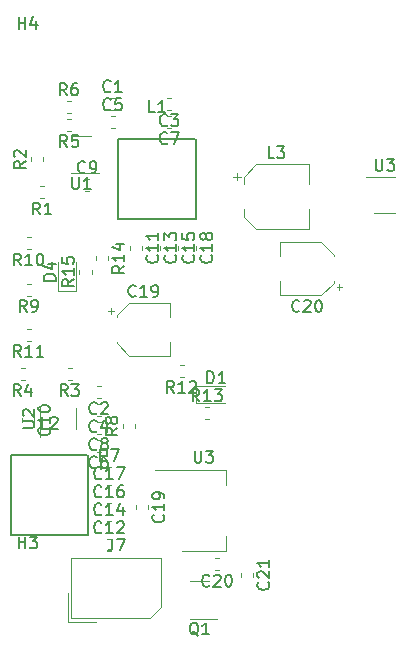
<source format=gbr>
G04 #@! TF.GenerationSoftware,KiCad,Pcbnew,(5.1.9)-1*
G04 #@! TF.CreationDate,2021-02-02T20:04:29-05:00*
G04 #@! TF.ProjectId,ZeroPilot,5a65726f-5069-46c6-9f74-2e6b69636164,rev?*
G04 #@! TF.SameCoordinates,Original*
G04 #@! TF.FileFunction,Legend,Top*
G04 #@! TF.FilePolarity,Positive*
%FSLAX46Y46*%
G04 Gerber Fmt 4.6, Leading zero omitted, Abs format (unit mm)*
G04 Created by KiCad (PCBNEW (5.1.9)-1) date 2021-02-02 20:04:29*
%MOMM*%
%LPD*%
G01*
G04 APERTURE LIST*
%ADD10C,0.120000*%
%ADD11C,0.150000*%
G04 APERTURE END LIST*
D10*
X54078000Y-131848000D02*
X54078000Y-134278000D01*
X57148000Y-133608000D02*
X57148000Y-131848000D01*
X56651000Y-111873000D02*
X59081000Y-111873000D01*
X58411000Y-108803000D02*
X56651000Y-108803000D01*
X63807000Y-137065000D02*
X69817000Y-137065000D01*
X66057000Y-143885000D02*
X69817000Y-143885000D01*
X69817000Y-137065000D02*
X69817000Y-138325000D01*
X69817000Y-143885000D02*
X69817000Y-142625000D01*
X56411000Y-149924000D02*
X58821000Y-149924000D01*
X56411000Y-147514000D02*
X56411000Y-149924000D01*
X64331000Y-144504000D02*
X56711000Y-144504000D01*
X64331000Y-148624000D02*
X64331000Y-144504000D01*
X63331000Y-149624000D02*
X64331000Y-148624000D01*
X56711000Y-149624000D02*
X63331000Y-149624000D01*
X56711000Y-144504000D02*
X56711000Y-149624000D01*
X57085000Y-121942000D02*
X57085000Y-119482000D01*
X55615000Y-121942000D02*
X57085000Y-121942000D01*
X55615000Y-119482000D02*
X55615000Y-121942000D01*
X67301000Y-131418000D02*
X69761000Y-131418000D01*
X67301000Y-129948000D02*
X67301000Y-131418000D01*
X69761000Y-129948000D02*
X67301000Y-129948000D01*
X68364000Y-146482000D02*
X66764000Y-146482000D01*
X66764000Y-149682000D02*
X69064000Y-149682000D01*
X58422000Y-120440267D02*
X58422000Y-120097733D01*
X57402000Y-120440267D02*
X57402000Y-120097733D01*
X58799000Y-118954733D02*
X58799000Y-119297267D01*
X59819000Y-118954733D02*
X59819000Y-119297267D01*
X68027733Y-132717000D02*
X68370267Y-132717000D01*
X68027733Y-131697000D02*
X68370267Y-131697000D01*
X66211267Y-128141000D02*
X65868733Y-128141000D01*
X66211267Y-129161000D02*
X65868733Y-129161000D01*
X53257267Y-125093000D02*
X52914733Y-125093000D01*
X53257267Y-126113000D02*
X52914733Y-126113000D01*
X53257267Y-117346000D02*
X52914733Y-117346000D01*
X53257267Y-118366000D02*
X52914733Y-118366000D01*
X53257267Y-121283000D02*
X52914733Y-121283000D01*
X53257267Y-122303000D02*
X52914733Y-122303000D01*
X62105000Y-133521267D02*
X62105000Y-133178733D01*
X61085000Y-133521267D02*
X61085000Y-133178733D01*
X56305733Y-106822000D02*
X56648267Y-106822000D01*
X56305733Y-105802000D02*
X56648267Y-105802000D01*
X56686267Y-107313000D02*
X56343733Y-107313000D01*
X56686267Y-108333000D02*
X56343733Y-108333000D01*
X52749267Y-128408000D02*
X52406733Y-128408000D01*
X52749267Y-129428000D02*
X52406733Y-129428000D01*
X56729267Y-128408000D02*
X56386733Y-128408000D01*
X56729267Y-129428000D02*
X56386733Y-129428000D01*
X54320000Y-110928267D02*
X54320000Y-110585733D01*
X53300000Y-110928267D02*
X53300000Y-110585733D01*
X54400267Y-113028000D02*
X54057733Y-113028000D01*
X54400267Y-114048000D02*
X54057733Y-114048000D01*
X71080000Y-145764733D02*
X71080000Y-146107267D01*
X72100000Y-145764733D02*
X72100000Y-146107267D01*
X69221267Y-144537000D02*
X68878733Y-144537000D01*
X69221267Y-145557000D02*
X68878733Y-145557000D01*
X66254000Y-118078733D02*
X66254000Y-118421267D01*
X67274000Y-118078733D02*
X67274000Y-118421267D01*
X62190000Y-140049733D02*
X62190000Y-140392267D01*
X63210000Y-140049733D02*
X63210000Y-140392267D01*
X59734733Y-139334000D02*
X60077267Y-139334000D01*
X59734733Y-138314000D02*
X60077267Y-138314000D01*
X59734733Y-140858000D02*
X60077267Y-140858000D01*
X59734733Y-139838000D02*
X60077267Y-139838000D01*
X64730000Y-118078733D02*
X64730000Y-118421267D01*
X65750000Y-118078733D02*
X65750000Y-118421267D01*
X59734733Y-142382000D02*
X60077267Y-142382000D01*
X59734733Y-141362000D02*
X60077267Y-141362000D01*
X63206000Y-118078733D02*
X63206000Y-118421267D01*
X64226000Y-118078733D02*
X64226000Y-118421267D01*
X59734733Y-143906000D02*
X60077267Y-143906000D01*
X59734733Y-142886000D02*
X60077267Y-142886000D01*
X61682000Y-118078733D02*
X61682000Y-118421267D01*
X62702000Y-118078733D02*
X62702000Y-118421267D01*
X52538000Y-132683733D02*
X52538000Y-133026267D01*
X53558000Y-132683733D02*
X53558000Y-133026267D01*
X57867733Y-113413000D02*
X58210267Y-113413000D01*
X57867733Y-112393000D02*
X58210267Y-112393000D01*
X59188267Y-132980000D02*
X58845733Y-132980000D01*
X59188267Y-134000000D02*
X58845733Y-134000000D01*
X65157267Y-107072000D02*
X64814733Y-107072000D01*
X65157267Y-108092000D02*
X64814733Y-108092000D01*
X59188267Y-134504000D02*
X58845733Y-134504000D01*
X59188267Y-135524000D02*
X58845733Y-135524000D01*
X60026733Y-108092000D02*
X60369267Y-108092000D01*
X60026733Y-107072000D02*
X60369267Y-107072000D01*
X59188267Y-131456000D02*
X58845733Y-131456000D01*
X59188267Y-132476000D02*
X58845733Y-132476000D01*
X65157267Y-105548000D02*
X64814733Y-105548000D01*
X65157267Y-106568000D02*
X64814733Y-106568000D01*
X59188267Y-129932000D02*
X58845733Y-129932000D01*
X59188267Y-130952000D02*
X58845733Y-130952000D01*
X60026733Y-106555000D02*
X60369267Y-106555000D01*
X60026733Y-105535000D02*
X60369267Y-105535000D01*
X59734733Y-137810000D02*
X60077267Y-137810000D01*
X59734733Y-136790000D02*
X60077267Y-136790000D01*
D11*
X67270000Y-115795000D02*
X67270000Y-108995000D01*
X60670000Y-115795000D02*
X67270000Y-115795000D01*
X60670000Y-108995000D02*
X60670000Y-115795000D01*
X67170000Y-108995000D02*
X60670000Y-108995000D01*
X58064000Y-135805000D02*
X51564000Y-135805000D01*
X51564000Y-135805000D02*
X51564000Y-142605000D01*
X51564000Y-142605000D02*
X58164000Y-142605000D01*
X58164000Y-142605000D02*
X58164000Y-135805000D01*
D10*
X65065000Y-127408640D02*
X65065000Y-126208640D01*
X65065000Y-122888640D02*
X65065000Y-124088640D01*
X61609437Y-122888640D02*
X65065000Y-122888640D01*
X61609437Y-127408640D02*
X65065000Y-127408640D01*
X60545000Y-126344203D02*
X60545000Y-126208640D01*
X60545000Y-123953077D02*
X60545000Y-124088640D01*
X60545000Y-123953077D02*
X61609437Y-122888640D01*
X60545000Y-126344203D02*
X61609437Y-127408640D01*
X59805000Y-123588640D02*
X60305000Y-123588640D01*
X60055000Y-123338640D02*
X60055000Y-123838640D01*
X79413240Y-121827840D02*
X79413240Y-121327840D01*
X79663240Y-121577840D02*
X79163240Y-121577840D01*
X78923240Y-118822277D02*
X77858803Y-117757840D01*
X78923240Y-121213403D02*
X77858803Y-122277840D01*
X78923240Y-121213403D02*
X78923240Y-121077840D01*
X78923240Y-118822277D02*
X78923240Y-118957840D01*
X77858803Y-117757840D02*
X74403240Y-117757840D01*
X77858803Y-122277840D02*
X74403240Y-122277840D01*
X74403240Y-122277840D02*
X74403240Y-121077840D01*
X74403240Y-117757840D02*
X74403240Y-118957840D01*
X76823600Y-116676760D02*
X76823600Y-114976760D01*
X76823600Y-111156760D02*
X76823600Y-112856760D01*
X72368037Y-111156760D02*
X76823600Y-111156760D01*
X72368037Y-116676760D02*
X76823600Y-116676760D01*
X71303600Y-115612323D02*
X71303600Y-114976760D01*
X71303600Y-112221197D02*
X71303600Y-112856760D01*
X71303600Y-112221197D02*
X72368037Y-111156760D01*
X71303600Y-115612323D02*
X72368037Y-116676760D01*
X70438600Y-112231760D02*
X71063600Y-112231760D01*
X70751100Y-111919260D02*
X70751100Y-112544260D01*
X82362880Y-115283520D02*
X84122880Y-115283520D01*
X84122880Y-112213520D02*
X81692880Y-112213520D01*
D11*
X52590380Y-133489904D02*
X53399904Y-133489904D01*
X53495142Y-133442285D01*
X53542761Y-133394666D01*
X53590380Y-133299428D01*
X53590380Y-133108952D01*
X53542761Y-133013714D01*
X53495142Y-132966095D01*
X53399904Y-132918476D01*
X52590380Y-132918476D01*
X52685619Y-132489904D02*
X52638000Y-132442285D01*
X52590380Y-132347047D01*
X52590380Y-132108952D01*
X52638000Y-132013714D01*
X52685619Y-131966095D01*
X52780857Y-131918476D01*
X52876095Y-131918476D01*
X53018952Y-131966095D01*
X53590380Y-132537523D01*
X53590380Y-131918476D01*
X56769095Y-112265380D02*
X56769095Y-113074904D01*
X56816714Y-113170142D01*
X56864333Y-113217761D01*
X56959571Y-113265380D01*
X57150047Y-113265380D01*
X57245285Y-113217761D01*
X57292904Y-113170142D01*
X57340523Y-113074904D01*
X57340523Y-112265380D01*
X58340523Y-113265380D02*
X57769095Y-113265380D01*
X58054809Y-113265380D02*
X58054809Y-112265380D01*
X57959571Y-112408238D01*
X57864333Y-112503476D01*
X57769095Y-112551095D01*
X67145095Y-135427380D02*
X67145095Y-136236904D01*
X67192714Y-136332142D01*
X67240333Y-136379761D01*
X67335571Y-136427380D01*
X67526047Y-136427380D01*
X67621285Y-136379761D01*
X67668904Y-136332142D01*
X67716523Y-136236904D01*
X67716523Y-135427380D01*
X68097476Y-135427380D02*
X68716523Y-135427380D01*
X68383190Y-135808333D01*
X68526047Y-135808333D01*
X68621285Y-135855952D01*
X68668904Y-135903571D01*
X68716523Y-135998809D01*
X68716523Y-136236904D01*
X68668904Y-136332142D01*
X68621285Y-136379761D01*
X68526047Y-136427380D01*
X68240333Y-136427380D01*
X68145095Y-136379761D01*
X68097476Y-136332142D01*
X60187666Y-142866380D02*
X60187666Y-143580666D01*
X60140047Y-143723523D01*
X60044809Y-143818761D01*
X59901952Y-143866380D01*
X59806714Y-143866380D01*
X60568619Y-142866380D02*
X61235285Y-142866380D01*
X60806714Y-143866380D01*
X55372380Y-121020095D02*
X54372380Y-121020095D01*
X54372380Y-120782000D01*
X54420000Y-120639142D01*
X54515238Y-120543904D01*
X54610476Y-120496285D01*
X54800952Y-120448666D01*
X54943809Y-120448666D01*
X55134285Y-120496285D01*
X55229523Y-120543904D01*
X55324761Y-120639142D01*
X55372380Y-120782000D01*
X55372380Y-121020095D01*
X54705714Y-119591523D02*
X55372380Y-119591523D01*
X54324761Y-119829619D02*
X55039047Y-120067714D01*
X55039047Y-119448666D01*
X68222904Y-129705380D02*
X68222904Y-128705380D01*
X68461000Y-128705380D01*
X68603857Y-128753000D01*
X68699095Y-128848238D01*
X68746714Y-128943476D01*
X68794333Y-129133952D01*
X68794333Y-129276809D01*
X68746714Y-129467285D01*
X68699095Y-129562523D01*
X68603857Y-129657761D01*
X68461000Y-129705380D01*
X68222904Y-129705380D01*
X69746714Y-129705380D02*
X69175285Y-129705380D01*
X69461000Y-129705380D02*
X69461000Y-128705380D01*
X69365761Y-128848238D01*
X69270523Y-128943476D01*
X69175285Y-128991095D01*
X67468761Y-151079619D02*
X67373523Y-151032000D01*
X67278285Y-150936761D01*
X67135428Y-150793904D01*
X67040190Y-150746285D01*
X66944952Y-150746285D01*
X66992571Y-150984380D02*
X66897333Y-150936761D01*
X66802095Y-150841523D01*
X66754476Y-150651047D01*
X66754476Y-150317714D01*
X66802095Y-150127238D01*
X66897333Y-150032000D01*
X66992571Y-149984380D01*
X67183047Y-149984380D01*
X67278285Y-150032000D01*
X67373523Y-150127238D01*
X67421142Y-150317714D01*
X67421142Y-150651047D01*
X67373523Y-150841523D01*
X67278285Y-150936761D01*
X67183047Y-150984380D01*
X66992571Y-150984380D01*
X68373523Y-150984380D02*
X67802095Y-150984380D01*
X68087809Y-150984380D02*
X68087809Y-149984380D01*
X67992571Y-150127238D01*
X67897333Y-150222476D01*
X67802095Y-150270095D01*
X56934380Y-120911857D02*
X56458190Y-121245190D01*
X56934380Y-121483285D02*
X55934380Y-121483285D01*
X55934380Y-121102333D01*
X55982000Y-121007095D01*
X56029619Y-120959476D01*
X56124857Y-120911857D01*
X56267714Y-120911857D01*
X56362952Y-120959476D01*
X56410571Y-121007095D01*
X56458190Y-121102333D01*
X56458190Y-121483285D01*
X56934380Y-119959476D02*
X56934380Y-120530904D01*
X56934380Y-120245190D02*
X55934380Y-120245190D01*
X56077238Y-120340428D01*
X56172476Y-120435666D01*
X56220095Y-120530904D01*
X55934380Y-119054714D02*
X55934380Y-119530904D01*
X56410571Y-119578523D01*
X56362952Y-119530904D01*
X56315333Y-119435666D01*
X56315333Y-119197571D01*
X56362952Y-119102333D01*
X56410571Y-119054714D01*
X56505809Y-119007095D01*
X56743904Y-119007095D01*
X56839142Y-119054714D01*
X56886761Y-119102333D01*
X56934380Y-119197571D01*
X56934380Y-119435666D01*
X56886761Y-119530904D01*
X56839142Y-119578523D01*
X61191380Y-119768857D02*
X60715190Y-120102190D01*
X61191380Y-120340285D02*
X60191380Y-120340285D01*
X60191380Y-119959333D01*
X60239000Y-119864095D01*
X60286619Y-119816476D01*
X60381857Y-119768857D01*
X60524714Y-119768857D01*
X60619952Y-119816476D01*
X60667571Y-119864095D01*
X60715190Y-119959333D01*
X60715190Y-120340285D01*
X61191380Y-118816476D02*
X61191380Y-119387904D01*
X61191380Y-119102190D02*
X60191380Y-119102190D01*
X60334238Y-119197428D01*
X60429476Y-119292666D01*
X60477095Y-119387904D01*
X60524714Y-117959333D02*
X61191380Y-117959333D01*
X60143761Y-118197428D02*
X60858047Y-118435523D01*
X60858047Y-117816476D01*
X67556142Y-131229380D02*
X67222809Y-130753190D01*
X66984714Y-131229380D02*
X66984714Y-130229380D01*
X67365666Y-130229380D01*
X67460904Y-130277000D01*
X67508523Y-130324619D01*
X67556142Y-130419857D01*
X67556142Y-130562714D01*
X67508523Y-130657952D01*
X67460904Y-130705571D01*
X67365666Y-130753190D01*
X66984714Y-130753190D01*
X68508523Y-131229380D02*
X67937095Y-131229380D01*
X68222809Y-131229380D02*
X68222809Y-130229380D01*
X68127571Y-130372238D01*
X68032333Y-130467476D01*
X67937095Y-130515095D01*
X68841857Y-130229380D02*
X69460904Y-130229380D01*
X69127571Y-130610333D01*
X69270428Y-130610333D01*
X69365666Y-130657952D01*
X69413285Y-130705571D01*
X69460904Y-130800809D01*
X69460904Y-131038904D01*
X69413285Y-131134142D01*
X69365666Y-131181761D01*
X69270428Y-131229380D01*
X68984714Y-131229380D01*
X68889476Y-131181761D01*
X68841857Y-131134142D01*
X65397142Y-130533380D02*
X65063809Y-130057190D01*
X64825714Y-130533380D02*
X64825714Y-129533380D01*
X65206666Y-129533380D01*
X65301904Y-129581000D01*
X65349523Y-129628619D01*
X65397142Y-129723857D01*
X65397142Y-129866714D01*
X65349523Y-129961952D01*
X65301904Y-130009571D01*
X65206666Y-130057190D01*
X64825714Y-130057190D01*
X66349523Y-130533380D02*
X65778095Y-130533380D01*
X66063809Y-130533380D02*
X66063809Y-129533380D01*
X65968571Y-129676238D01*
X65873333Y-129771476D01*
X65778095Y-129819095D01*
X66730476Y-129628619D02*
X66778095Y-129581000D01*
X66873333Y-129533380D01*
X67111428Y-129533380D01*
X67206666Y-129581000D01*
X67254285Y-129628619D01*
X67301904Y-129723857D01*
X67301904Y-129819095D01*
X67254285Y-129961952D01*
X66682857Y-130533380D01*
X67301904Y-130533380D01*
X52443142Y-127485380D02*
X52109809Y-127009190D01*
X51871714Y-127485380D02*
X51871714Y-126485380D01*
X52252666Y-126485380D01*
X52347904Y-126533000D01*
X52395523Y-126580619D01*
X52443142Y-126675857D01*
X52443142Y-126818714D01*
X52395523Y-126913952D01*
X52347904Y-126961571D01*
X52252666Y-127009190D01*
X51871714Y-127009190D01*
X53395523Y-127485380D02*
X52824095Y-127485380D01*
X53109809Y-127485380D02*
X53109809Y-126485380D01*
X53014571Y-126628238D01*
X52919333Y-126723476D01*
X52824095Y-126771095D01*
X54347904Y-127485380D02*
X53776476Y-127485380D01*
X54062190Y-127485380D02*
X54062190Y-126485380D01*
X53966952Y-126628238D01*
X53871714Y-126723476D01*
X53776476Y-126771095D01*
X52443142Y-119738380D02*
X52109809Y-119262190D01*
X51871714Y-119738380D02*
X51871714Y-118738380D01*
X52252666Y-118738380D01*
X52347904Y-118786000D01*
X52395523Y-118833619D01*
X52443142Y-118928857D01*
X52443142Y-119071714D01*
X52395523Y-119166952D01*
X52347904Y-119214571D01*
X52252666Y-119262190D01*
X51871714Y-119262190D01*
X53395523Y-119738380D02*
X52824095Y-119738380D01*
X53109809Y-119738380D02*
X53109809Y-118738380D01*
X53014571Y-118881238D01*
X52919333Y-118976476D01*
X52824095Y-119024095D01*
X54014571Y-118738380D02*
X54109809Y-118738380D01*
X54205047Y-118786000D01*
X54252666Y-118833619D01*
X54300285Y-118928857D01*
X54347904Y-119119333D01*
X54347904Y-119357428D01*
X54300285Y-119547904D01*
X54252666Y-119643142D01*
X54205047Y-119690761D01*
X54109809Y-119738380D01*
X54014571Y-119738380D01*
X53919333Y-119690761D01*
X53871714Y-119643142D01*
X53824095Y-119547904D01*
X53776476Y-119357428D01*
X53776476Y-119119333D01*
X53824095Y-118928857D01*
X53871714Y-118833619D01*
X53919333Y-118786000D01*
X54014571Y-118738380D01*
X52919333Y-123675380D02*
X52586000Y-123199190D01*
X52347904Y-123675380D02*
X52347904Y-122675380D01*
X52728857Y-122675380D01*
X52824095Y-122723000D01*
X52871714Y-122770619D01*
X52919333Y-122865857D01*
X52919333Y-123008714D01*
X52871714Y-123103952D01*
X52824095Y-123151571D01*
X52728857Y-123199190D01*
X52347904Y-123199190D01*
X53395523Y-123675380D02*
X53586000Y-123675380D01*
X53681238Y-123627761D01*
X53728857Y-123580142D01*
X53824095Y-123437285D01*
X53871714Y-123246809D01*
X53871714Y-122865857D01*
X53824095Y-122770619D01*
X53776476Y-122723000D01*
X53681238Y-122675380D01*
X53490761Y-122675380D01*
X53395523Y-122723000D01*
X53347904Y-122770619D01*
X53300285Y-122865857D01*
X53300285Y-123103952D01*
X53347904Y-123199190D01*
X53395523Y-123246809D01*
X53490761Y-123294428D01*
X53681238Y-123294428D01*
X53776476Y-123246809D01*
X53824095Y-123199190D01*
X53871714Y-123103952D01*
X60617380Y-133516666D02*
X60141190Y-133850000D01*
X60617380Y-134088095D02*
X59617380Y-134088095D01*
X59617380Y-133707142D01*
X59665000Y-133611904D01*
X59712619Y-133564285D01*
X59807857Y-133516666D01*
X59950714Y-133516666D01*
X60045952Y-133564285D01*
X60093571Y-133611904D01*
X60141190Y-133707142D01*
X60141190Y-134088095D01*
X60045952Y-132945238D02*
X59998333Y-133040476D01*
X59950714Y-133088095D01*
X59855476Y-133135714D01*
X59807857Y-133135714D01*
X59712619Y-133088095D01*
X59665000Y-133040476D01*
X59617380Y-132945238D01*
X59617380Y-132754761D01*
X59665000Y-132659523D01*
X59712619Y-132611904D01*
X59807857Y-132564285D01*
X59855476Y-132564285D01*
X59950714Y-132611904D01*
X59998333Y-132659523D01*
X60045952Y-132754761D01*
X60045952Y-132945238D01*
X60093571Y-133040476D01*
X60141190Y-133088095D01*
X60236428Y-133135714D01*
X60426904Y-133135714D01*
X60522142Y-133088095D01*
X60569761Y-133040476D01*
X60617380Y-132945238D01*
X60617380Y-132754761D01*
X60569761Y-132659523D01*
X60522142Y-132611904D01*
X60426904Y-132564285D01*
X60236428Y-132564285D01*
X60141190Y-132611904D01*
X60093571Y-132659523D01*
X60045952Y-132754761D01*
X56310333Y-105334380D02*
X55977000Y-104858190D01*
X55738904Y-105334380D02*
X55738904Y-104334380D01*
X56119857Y-104334380D01*
X56215095Y-104382000D01*
X56262714Y-104429619D01*
X56310333Y-104524857D01*
X56310333Y-104667714D01*
X56262714Y-104762952D01*
X56215095Y-104810571D01*
X56119857Y-104858190D01*
X55738904Y-104858190D01*
X57167476Y-104334380D02*
X56977000Y-104334380D01*
X56881761Y-104382000D01*
X56834142Y-104429619D01*
X56738904Y-104572476D01*
X56691285Y-104762952D01*
X56691285Y-105143904D01*
X56738904Y-105239142D01*
X56786523Y-105286761D01*
X56881761Y-105334380D01*
X57072238Y-105334380D01*
X57167476Y-105286761D01*
X57215095Y-105239142D01*
X57262714Y-105143904D01*
X57262714Y-104905809D01*
X57215095Y-104810571D01*
X57167476Y-104762952D01*
X57072238Y-104715333D01*
X56881761Y-104715333D01*
X56786523Y-104762952D01*
X56738904Y-104810571D01*
X56691285Y-104905809D01*
X56348333Y-109705380D02*
X56015000Y-109229190D01*
X55776904Y-109705380D02*
X55776904Y-108705380D01*
X56157857Y-108705380D01*
X56253095Y-108753000D01*
X56300714Y-108800619D01*
X56348333Y-108895857D01*
X56348333Y-109038714D01*
X56300714Y-109133952D01*
X56253095Y-109181571D01*
X56157857Y-109229190D01*
X55776904Y-109229190D01*
X57253095Y-108705380D02*
X56776904Y-108705380D01*
X56729285Y-109181571D01*
X56776904Y-109133952D01*
X56872142Y-109086333D01*
X57110238Y-109086333D01*
X57205476Y-109133952D01*
X57253095Y-109181571D01*
X57300714Y-109276809D01*
X57300714Y-109514904D01*
X57253095Y-109610142D01*
X57205476Y-109657761D01*
X57110238Y-109705380D01*
X56872142Y-109705380D01*
X56776904Y-109657761D01*
X56729285Y-109610142D01*
X52411333Y-130800380D02*
X52078000Y-130324190D01*
X51839904Y-130800380D02*
X51839904Y-129800380D01*
X52220857Y-129800380D01*
X52316095Y-129848000D01*
X52363714Y-129895619D01*
X52411333Y-129990857D01*
X52411333Y-130133714D01*
X52363714Y-130228952D01*
X52316095Y-130276571D01*
X52220857Y-130324190D01*
X51839904Y-130324190D01*
X53268476Y-130133714D02*
X53268476Y-130800380D01*
X53030380Y-129752761D02*
X52792285Y-130467047D01*
X53411333Y-130467047D01*
X56391333Y-130800380D02*
X56058000Y-130324190D01*
X55819904Y-130800380D02*
X55819904Y-129800380D01*
X56200857Y-129800380D01*
X56296095Y-129848000D01*
X56343714Y-129895619D01*
X56391333Y-129990857D01*
X56391333Y-130133714D01*
X56343714Y-130228952D01*
X56296095Y-130276571D01*
X56200857Y-130324190D01*
X55819904Y-130324190D01*
X56724666Y-129800380D02*
X57343714Y-129800380D01*
X57010380Y-130181333D01*
X57153238Y-130181333D01*
X57248476Y-130228952D01*
X57296095Y-130276571D01*
X57343714Y-130371809D01*
X57343714Y-130609904D01*
X57296095Y-130705142D01*
X57248476Y-130752761D01*
X57153238Y-130800380D01*
X56867523Y-130800380D01*
X56772285Y-130752761D01*
X56724666Y-130705142D01*
X52832380Y-110923666D02*
X52356190Y-111257000D01*
X52832380Y-111495095D02*
X51832380Y-111495095D01*
X51832380Y-111114142D01*
X51880000Y-111018904D01*
X51927619Y-110971285D01*
X52022857Y-110923666D01*
X52165714Y-110923666D01*
X52260952Y-110971285D01*
X52308571Y-111018904D01*
X52356190Y-111114142D01*
X52356190Y-111495095D01*
X51927619Y-110542714D02*
X51880000Y-110495095D01*
X51832380Y-110399857D01*
X51832380Y-110161761D01*
X51880000Y-110066523D01*
X51927619Y-110018904D01*
X52022857Y-109971285D01*
X52118095Y-109971285D01*
X52260952Y-110018904D01*
X52832380Y-110590333D01*
X52832380Y-109971285D01*
X54062333Y-115420380D02*
X53729000Y-114944190D01*
X53490904Y-115420380D02*
X53490904Y-114420380D01*
X53871857Y-114420380D01*
X53967095Y-114468000D01*
X54014714Y-114515619D01*
X54062333Y-114610857D01*
X54062333Y-114753714D01*
X54014714Y-114848952D01*
X53967095Y-114896571D01*
X53871857Y-114944190D01*
X53490904Y-114944190D01*
X55014714Y-115420380D02*
X54443285Y-115420380D01*
X54729000Y-115420380D02*
X54729000Y-114420380D01*
X54633761Y-114563238D01*
X54538523Y-114658476D01*
X54443285Y-114706095D01*
X73377142Y-146578857D02*
X73424761Y-146626476D01*
X73472380Y-146769333D01*
X73472380Y-146864571D01*
X73424761Y-147007428D01*
X73329523Y-147102666D01*
X73234285Y-147150285D01*
X73043809Y-147197904D01*
X72900952Y-147197904D01*
X72710476Y-147150285D01*
X72615238Y-147102666D01*
X72520000Y-147007428D01*
X72472380Y-146864571D01*
X72472380Y-146769333D01*
X72520000Y-146626476D01*
X72567619Y-146578857D01*
X72567619Y-146197904D02*
X72520000Y-146150285D01*
X72472380Y-146055047D01*
X72472380Y-145816952D01*
X72520000Y-145721714D01*
X72567619Y-145674095D01*
X72662857Y-145626476D01*
X72758095Y-145626476D01*
X72900952Y-145674095D01*
X73472380Y-146245523D01*
X73472380Y-145626476D01*
X73472380Y-144674095D02*
X73472380Y-145245523D01*
X73472380Y-144959809D02*
X72472380Y-144959809D01*
X72615238Y-145055047D01*
X72710476Y-145150285D01*
X72758095Y-145245523D01*
X68407142Y-146834142D02*
X68359523Y-146881761D01*
X68216666Y-146929380D01*
X68121428Y-146929380D01*
X67978571Y-146881761D01*
X67883333Y-146786523D01*
X67835714Y-146691285D01*
X67788095Y-146500809D01*
X67788095Y-146357952D01*
X67835714Y-146167476D01*
X67883333Y-146072238D01*
X67978571Y-145977000D01*
X68121428Y-145929380D01*
X68216666Y-145929380D01*
X68359523Y-145977000D01*
X68407142Y-146024619D01*
X68788095Y-146024619D02*
X68835714Y-145977000D01*
X68930952Y-145929380D01*
X69169047Y-145929380D01*
X69264285Y-145977000D01*
X69311904Y-146024619D01*
X69359523Y-146119857D01*
X69359523Y-146215095D01*
X69311904Y-146357952D01*
X68740476Y-146929380D01*
X69359523Y-146929380D01*
X69978571Y-145929380D02*
X70073809Y-145929380D01*
X70169047Y-145977000D01*
X70216666Y-146024619D01*
X70264285Y-146119857D01*
X70311904Y-146310333D01*
X70311904Y-146548428D01*
X70264285Y-146738904D01*
X70216666Y-146834142D01*
X70169047Y-146881761D01*
X70073809Y-146929380D01*
X69978571Y-146929380D01*
X69883333Y-146881761D01*
X69835714Y-146834142D01*
X69788095Y-146738904D01*
X69740476Y-146548428D01*
X69740476Y-146310333D01*
X69788095Y-146119857D01*
X69835714Y-146024619D01*
X69883333Y-145977000D01*
X69978571Y-145929380D01*
X68551142Y-118892857D02*
X68598761Y-118940476D01*
X68646380Y-119083333D01*
X68646380Y-119178571D01*
X68598761Y-119321428D01*
X68503523Y-119416666D01*
X68408285Y-119464285D01*
X68217809Y-119511904D01*
X68074952Y-119511904D01*
X67884476Y-119464285D01*
X67789238Y-119416666D01*
X67694000Y-119321428D01*
X67646380Y-119178571D01*
X67646380Y-119083333D01*
X67694000Y-118940476D01*
X67741619Y-118892857D01*
X68646380Y-117940476D02*
X68646380Y-118511904D01*
X68646380Y-118226190D02*
X67646380Y-118226190D01*
X67789238Y-118321428D01*
X67884476Y-118416666D01*
X67932095Y-118511904D01*
X68074952Y-117369047D02*
X68027333Y-117464285D01*
X67979714Y-117511904D01*
X67884476Y-117559523D01*
X67836857Y-117559523D01*
X67741619Y-117511904D01*
X67694000Y-117464285D01*
X67646380Y-117369047D01*
X67646380Y-117178571D01*
X67694000Y-117083333D01*
X67741619Y-117035714D01*
X67836857Y-116988095D01*
X67884476Y-116988095D01*
X67979714Y-117035714D01*
X68027333Y-117083333D01*
X68074952Y-117178571D01*
X68074952Y-117369047D01*
X68122571Y-117464285D01*
X68170190Y-117511904D01*
X68265428Y-117559523D01*
X68455904Y-117559523D01*
X68551142Y-117511904D01*
X68598761Y-117464285D01*
X68646380Y-117369047D01*
X68646380Y-117178571D01*
X68598761Y-117083333D01*
X68551142Y-117035714D01*
X68455904Y-116988095D01*
X68265428Y-116988095D01*
X68170190Y-117035714D01*
X68122571Y-117083333D01*
X68074952Y-117178571D01*
X64487142Y-140863857D02*
X64534761Y-140911476D01*
X64582380Y-141054333D01*
X64582380Y-141149571D01*
X64534761Y-141292428D01*
X64439523Y-141387666D01*
X64344285Y-141435285D01*
X64153809Y-141482904D01*
X64010952Y-141482904D01*
X63820476Y-141435285D01*
X63725238Y-141387666D01*
X63630000Y-141292428D01*
X63582380Y-141149571D01*
X63582380Y-141054333D01*
X63630000Y-140911476D01*
X63677619Y-140863857D01*
X64582380Y-139911476D02*
X64582380Y-140482904D01*
X64582380Y-140197190D02*
X63582380Y-140197190D01*
X63725238Y-140292428D01*
X63820476Y-140387666D01*
X63868095Y-140482904D01*
X64582380Y-139435285D02*
X64582380Y-139244809D01*
X64534761Y-139149571D01*
X64487142Y-139101952D01*
X64344285Y-139006714D01*
X64153809Y-138959095D01*
X63772857Y-138959095D01*
X63677619Y-139006714D01*
X63630000Y-139054333D01*
X63582380Y-139149571D01*
X63582380Y-139340047D01*
X63630000Y-139435285D01*
X63677619Y-139482904D01*
X63772857Y-139530523D01*
X64010952Y-139530523D01*
X64106190Y-139482904D01*
X64153809Y-139435285D01*
X64201428Y-139340047D01*
X64201428Y-139149571D01*
X64153809Y-139054333D01*
X64106190Y-139006714D01*
X64010952Y-138959095D01*
X59263142Y-137751142D02*
X59215523Y-137798761D01*
X59072666Y-137846380D01*
X58977428Y-137846380D01*
X58834571Y-137798761D01*
X58739333Y-137703523D01*
X58691714Y-137608285D01*
X58644095Y-137417809D01*
X58644095Y-137274952D01*
X58691714Y-137084476D01*
X58739333Y-136989238D01*
X58834571Y-136894000D01*
X58977428Y-136846380D01*
X59072666Y-136846380D01*
X59215523Y-136894000D01*
X59263142Y-136941619D01*
X60215523Y-137846380D02*
X59644095Y-137846380D01*
X59929809Y-137846380D02*
X59929809Y-136846380D01*
X59834571Y-136989238D01*
X59739333Y-137084476D01*
X59644095Y-137132095D01*
X60548857Y-136846380D02*
X61215523Y-136846380D01*
X60786952Y-137846380D01*
X59263142Y-139275142D02*
X59215523Y-139322761D01*
X59072666Y-139370380D01*
X58977428Y-139370380D01*
X58834571Y-139322761D01*
X58739333Y-139227523D01*
X58691714Y-139132285D01*
X58644095Y-138941809D01*
X58644095Y-138798952D01*
X58691714Y-138608476D01*
X58739333Y-138513238D01*
X58834571Y-138418000D01*
X58977428Y-138370380D01*
X59072666Y-138370380D01*
X59215523Y-138418000D01*
X59263142Y-138465619D01*
X60215523Y-139370380D02*
X59644095Y-139370380D01*
X59929809Y-139370380D02*
X59929809Y-138370380D01*
X59834571Y-138513238D01*
X59739333Y-138608476D01*
X59644095Y-138656095D01*
X61072666Y-138370380D02*
X60882190Y-138370380D01*
X60786952Y-138418000D01*
X60739333Y-138465619D01*
X60644095Y-138608476D01*
X60596476Y-138798952D01*
X60596476Y-139179904D01*
X60644095Y-139275142D01*
X60691714Y-139322761D01*
X60786952Y-139370380D01*
X60977428Y-139370380D01*
X61072666Y-139322761D01*
X61120285Y-139275142D01*
X61167904Y-139179904D01*
X61167904Y-138941809D01*
X61120285Y-138846571D01*
X61072666Y-138798952D01*
X60977428Y-138751333D01*
X60786952Y-138751333D01*
X60691714Y-138798952D01*
X60644095Y-138846571D01*
X60596476Y-138941809D01*
X67027142Y-118892857D02*
X67074761Y-118940476D01*
X67122380Y-119083333D01*
X67122380Y-119178571D01*
X67074761Y-119321428D01*
X66979523Y-119416666D01*
X66884285Y-119464285D01*
X66693809Y-119511904D01*
X66550952Y-119511904D01*
X66360476Y-119464285D01*
X66265238Y-119416666D01*
X66170000Y-119321428D01*
X66122380Y-119178571D01*
X66122380Y-119083333D01*
X66170000Y-118940476D01*
X66217619Y-118892857D01*
X67122380Y-117940476D02*
X67122380Y-118511904D01*
X67122380Y-118226190D02*
X66122380Y-118226190D01*
X66265238Y-118321428D01*
X66360476Y-118416666D01*
X66408095Y-118511904D01*
X66122380Y-117035714D02*
X66122380Y-117511904D01*
X66598571Y-117559523D01*
X66550952Y-117511904D01*
X66503333Y-117416666D01*
X66503333Y-117178571D01*
X66550952Y-117083333D01*
X66598571Y-117035714D01*
X66693809Y-116988095D01*
X66931904Y-116988095D01*
X67027142Y-117035714D01*
X67074761Y-117083333D01*
X67122380Y-117178571D01*
X67122380Y-117416666D01*
X67074761Y-117511904D01*
X67027142Y-117559523D01*
X59263142Y-140799142D02*
X59215523Y-140846761D01*
X59072666Y-140894380D01*
X58977428Y-140894380D01*
X58834571Y-140846761D01*
X58739333Y-140751523D01*
X58691714Y-140656285D01*
X58644095Y-140465809D01*
X58644095Y-140322952D01*
X58691714Y-140132476D01*
X58739333Y-140037238D01*
X58834571Y-139942000D01*
X58977428Y-139894380D01*
X59072666Y-139894380D01*
X59215523Y-139942000D01*
X59263142Y-139989619D01*
X60215523Y-140894380D02*
X59644095Y-140894380D01*
X59929809Y-140894380D02*
X59929809Y-139894380D01*
X59834571Y-140037238D01*
X59739333Y-140132476D01*
X59644095Y-140180095D01*
X61072666Y-140227714D02*
X61072666Y-140894380D01*
X60834571Y-139846761D02*
X60596476Y-140561047D01*
X61215523Y-140561047D01*
X65503142Y-118892857D02*
X65550761Y-118940476D01*
X65598380Y-119083333D01*
X65598380Y-119178571D01*
X65550761Y-119321428D01*
X65455523Y-119416666D01*
X65360285Y-119464285D01*
X65169809Y-119511904D01*
X65026952Y-119511904D01*
X64836476Y-119464285D01*
X64741238Y-119416666D01*
X64646000Y-119321428D01*
X64598380Y-119178571D01*
X64598380Y-119083333D01*
X64646000Y-118940476D01*
X64693619Y-118892857D01*
X65598380Y-117940476D02*
X65598380Y-118511904D01*
X65598380Y-118226190D02*
X64598380Y-118226190D01*
X64741238Y-118321428D01*
X64836476Y-118416666D01*
X64884095Y-118511904D01*
X64598380Y-117607142D02*
X64598380Y-116988095D01*
X64979333Y-117321428D01*
X64979333Y-117178571D01*
X65026952Y-117083333D01*
X65074571Y-117035714D01*
X65169809Y-116988095D01*
X65407904Y-116988095D01*
X65503142Y-117035714D01*
X65550761Y-117083333D01*
X65598380Y-117178571D01*
X65598380Y-117464285D01*
X65550761Y-117559523D01*
X65503142Y-117607142D01*
X59263142Y-142323142D02*
X59215523Y-142370761D01*
X59072666Y-142418380D01*
X58977428Y-142418380D01*
X58834571Y-142370761D01*
X58739333Y-142275523D01*
X58691714Y-142180285D01*
X58644095Y-141989809D01*
X58644095Y-141846952D01*
X58691714Y-141656476D01*
X58739333Y-141561238D01*
X58834571Y-141466000D01*
X58977428Y-141418380D01*
X59072666Y-141418380D01*
X59215523Y-141466000D01*
X59263142Y-141513619D01*
X60215523Y-142418380D02*
X59644095Y-142418380D01*
X59929809Y-142418380D02*
X59929809Y-141418380D01*
X59834571Y-141561238D01*
X59739333Y-141656476D01*
X59644095Y-141704095D01*
X60596476Y-141513619D02*
X60644095Y-141466000D01*
X60739333Y-141418380D01*
X60977428Y-141418380D01*
X61072666Y-141466000D01*
X61120285Y-141513619D01*
X61167904Y-141608857D01*
X61167904Y-141704095D01*
X61120285Y-141846952D01*
X60548857Y-142418380D01*
X61167904Y-142418380D01*
X63979142Y-118892857D02*
X64026761Y-118940476D01*
X64074380Y-119083333D01*
X64074380Y-119178571D01*
X64026761Y-119321428D01*
X63931523Y-119416666D01*
X63836285Y-119464285D01*
X63645809Y-119511904D01*
X63502952Y-119511904D01*
X63312476Y-119464285D01*
X63217238Y-119416666D01*
X63122000Y-119321428D01*
X63074380Y-119178571D01*
X63074380Y-119083333D01*
X63122000Y-118940476D01*
X63169619Y-118892857D01*
X64074380Y-117940476D02*
X64074380Y-118511904D01*
X64074380Y-118226190D02*
X63074380Y-118226190D01*
X63217238Y-118321428D01*
X63312476Y-118416666D01*
X63360095Y-118511904D01*
X64074380Y-116988095D02*
X64074380Y-117559523D01*
X64074380Y-117273809D02*
X63074380Y-117273809D01*
X63217238Y-117369047D01*
X63312476Y-117464285D01*
X63360095Y-117559523D01*
X54835142Y-133497857D02*
X54882761Y-133545476D01*
X54930380Y-133688333D01*
X54930380Y-133783571D01*
X54882761Y-133926428D01*
X54787523Y-134021666D01*
X54692285Y-134069285D01*
X54501809Y-134116904D01*
X54358952Y-134116904D01*
X54168476Y-134069285D01*
X54073238Y-134021666D01*
X53978000Y-133926428D01*
X53930380Y-133783571D01*
X53930380Y-133688333D01*
X53978000Y-133545476D01*
X54025619Y-133497857D01*
X54930380Y-132545476D02*
X54930380Y-133116904D01*
X54930380Y-132831190D02*
X53930380Y-132831190D01*
X54073238Y-132926428D01*
X54168476Y-133021666D01*
X54216095Y-133116904D01*
X53930380Y-131926428D02*
X53930380Y-131831190D01*
X53978000Y-131735952D01*
X54025619Y-131688333D01*
X54120857Y-131640714D01*
X54311333Y-131593095D01*
X54549428Y-131593095D01*
X54739904Y-131640714D01*
X54835142Y-131688333D01*
X54882761Y-131735952D01*
X54930380Y-131831190D01*
X54930380Y-131926428D01*
X54882761Y-132021666D01*
X54835142Y-132069285D01*
X54739904Y-132116904D01*
X54549428Y-132164523D01*
X54311333Y-132164523D01*
X54120857Y-132116904D01*
X54025619Y-132069285D01*
X53978000Y-132021666D01*
X53930380Y-131926428D01*
X57872333Y-111830142D02*
X57824714Y-111877761D01*
X57681857Y-111925380D01*
X57586619Y-111925380D01*
X57443761Y-111877761D01*
X57348523Y-111782523D01*
X57300904Y-111687285D01*
X57253285Y-111496809D01*
X57253285Y-111353952D01*
X57300904Y-111163476D01*
X57348523Y-111068238D01*
X57443761Y-110973000D01*
X57586619Y-110925380D01*
X57681857Y-110925380D01*
X57824714Y-110973000D01*
X57872333Y-111020619D01*
X58348523Y-111925380D02*
X58539000Y-111925380D01*
X58634238Y-111877761D01*
X58681857Y-111830142D01*
X58777095Y-111687285D01*
X58824714Y-111496809D01*
X58824714Y-111115857D01*
X58777095Y-111020619D01*
X58729476Y-110973000D01*
X58634238Y-110925380D01*
X58443761Y-110925380D01*
X58348523Y-110973000D01*
X58300904Y-111020619D01*
X58253285Y-111115857D01*
X58253285Y-111353952D01*
X58300904Y-111449190D01*
X58348523Y-111496809D01*
X58443761Y-111544428D01*
X58634238Y-111544428D01*
X58729476Y-111496809D01*
X58777095Y-111449190D01*
X58824714Y-111353952D01*
X58850333Y-135277142D02*
X58802714Y-135324761D01*
X58659857Y-135372380D01*
X58564619Y-135372380D01*
X58421761Y-135324761D01*
X58326523Y-135229523D01*
X58278904Y-135134285D01*
X58231285Y-134943809D01*
X58231285Y-134800952D01*
X58278904Y-134610476D01*
X58326523Y-134515238D01*
X58421761Y-134420000D01*
X58564619Y-134372380D01*
X58659857Y-134372380D01*
X58802714Y-134420000D01*
X58850333Y-134467619D01*
X59421761Y-134800952D02*
X59326523Y-134753333D01*
X59278904Y-134705714D01*
X59231285Y-134610476D01*
X59231285Y-134562857D01*
X59278904Y-134467619D01*
X59326523Y-134420000D01*
X59421761Y-134372380D01*
X59612238Y-134372380D01*
X59707476Y-134420000D01*
X59755095Y-134467619D01*
X59802714Y-134562857D01*
X59802714Y-134610476D01*
X59755095Y-134705714D01*
X59707476Y-134753333D01*
X59612238Y-134800952D01*
X59421761Y-134800952D01*
X59326523Y-134848571D01*
X59278904Y-134896190D01*
X59231285Y-134991428D01*
X59231285Y-135181904D01*
X59278904Y-135277142D01*
X59326523Y-135324761D01*
X59421761Y-135372380D01*
X59612238Y-135372380D01*
X59707476Y-135324761D01*
X59755095Y-135277142D01*
X59802714Y-135181904D01*
X59802714Y-134991428D01*
X59755095Y-134896190D01*
X59707476Y-134848571D01*
X59612238Y-134800952D01*
X64819333Y-109369142D02*
X64771714Y-109416761D01*
X64628857Y-109464380D01*
X64533619Y-109464380D01*
X64390761Y-109416761D01*
X64295523Y-109321523D01*
X64247904Y-109226285D01*
X64200285Y-109035809D01*
X64200285Y-108892952D01*
X64247904Y-108702476D01*
X64295523Y-108607238D01*
X64390761Y-108512000D01*
X64533619Y-108464380D01*
X64628857Y-108464380D01*
X64771714Y-108512000D01*
X64819333Y-108559619D01*
X65152666Y-108464380D02*
X65819333Y-108464380D01*
X65390761Y-109464380D01*
X58850333Y-136801142D02*
X58802714Y-136848761D01*
X58659857Y-136896380D01*
X58564619Y-136896380D01*
X58421761Y-136848761D01*
X58326523Y-136753523D01*
X58278904Y-136658285D01*
X58231285Y-136467809D01*
X58231285Y-136324952D01*
X58278904Y-136134476D01*
X58326523Y-136039238D01*
X58421761Y-135944000D01*
X58564619Y-135896380D01*
X58659857Y-135896380D01*
X58802714Y-135944000D01*
X58850333Y-135991619D01*
X59707476Y-135896380D02*
X59517000Y-135896380D01*
X59421761Y-135944000D01*
X59374142Y-135991619D01*
X59278904Y-136134476D01*
X59231285Y-136324952D01*
X59231285Y-136705904D01*
X59278904Y-136801142D01*
X59326523Y-136848761D01*
X59421761Y-136896380D01*
X59612238Y-136896380D01*
X59707476Y-136848761D01*
X59755095Y-136801142D01*
X59802714Y-136705904D01*
X59802714Y-136467809D01*
X59755095Y-136372571D01*
X59707476Y-136324952D01*
X59612238Y-136277333D01*
X59421761Y-136277333D01*
X59326523Y-136324952D01*
X59278904Y-136372571D01*
X59231285Y-136467809D01*
X60031333Y-106509142D02*
X59983714Y-106556761D01*
X59840857Y-106604380D01*
X59745619Y-106604380D01*
X59602761Y-106556761D01*
X59507523Y-106461523D01*
X59459904Y-106366285D01*
X59412285Y-106175809D01*
X59412285Y-106032952D01*
X59459904Y-105842476D01*
X59507523Y-105747238D01*
X59602761Y-105652000D01*
X59745619Y-105604380D01*
X59840857Y-105604380D01*
X59983714Y-105652000D01*
X60031333Y-105699619D01*
X60936095Y-105604380D02*
X60459904Y-105604380D01*
X60412285Y-106080571D01*
X60459904Y-106032952D01*
X60555142Y-105985333D01*
X60793238Y-105985333D01*
X60888476Y-106032952D01*
X60936095Y-106080571D01*
X60983714Y-106175809D01*
X60983714Y-106413904D01*
X60936095Y-106509142D01*
X60888476Y-106556761D01*
X60793238Y-106604380D01*
X60555142Y-106604380D01*
X60459904Y-106556761D01*
X60412285Y-106509142D01*
X58850333Y-133753142D02*
X58802714Y-133800761D01*
X58659857Y-133848380D01*
X58564619Y-133848380D01*
X58421761Y-133800761D01*
X58326523Y-133705523D01*
X58278904Y-133610285D01*
X58231285Y-133419809D01*
X58231285Y-133276952D01*
X58278904Y-133086476D01*
X58326523Y-132991238D01*
X58421761Y-132896000D01*
X58564619Y-132848380D01*
X58659857Y-132848380D01*
X58802714Y-132896000D01*
X58850333Y-132943619D01*
X59707476Y-133181714D02*
X59707476Y-133848380D01*
X59469380Y-132800761D02*
X59231285Y-133515047D01*
X59850333Y-133515047D01*
X64819333Y-107845142D02*
X64771714Y-107892761D01*
X64628857Y-107940380D01*
X64533619Y-107940380D01*
X64390761Y-107892761D01*
X64295523Y-107797523D01*
X64247904Y-107702285D01*
X64200285Y-107511809D01*
X64200285Y-107368952D01*
X64247904Y-107178476D01*
X64295523Y-107083238D01*
X64390761Y-106988000D01*
X64533619Y-106940380D01*
X64628857Y-106940380D01*
X64771714Y-106988000D01*
X64819333Y-107035619D01*
X65152666Y-106940380D02*
X65771714Y-106940380D01*
X65438380Y-107321333D01*
X65581238Y-107321333D01*
X65676476Y-107368952D01*
X65724095Y-107416571D01*
X65771714Y-107511809D01*
X65771714Y-107749904D01*
X65724095Y-107845142D01*
X65676476Y-107892761D01*
X65581238Y-107940380D01*
X65295523Y-107940380D01*
X65200285Y-107892761D01*
X65152666Y-107845142D01*
X58850333Y-132229142D02*
X58802714Y-132276761D01*
X58659857Y-132324380D01*
X58564619Y-132324380D01*
X58421761Y-132276761D01*
X58326523Y-132181523D01*
X58278904Y-132086285D01*
X58231285Y-131895809D01*
X58231285Y-131752952D01*
X58278904Y-131562476D01*
X58326523Y-131467238D01*
X58421761Y-131372000D01*
X58564619Y-131324380D01*
X58659857Y-131324380D01*
X58802714Y-131372000D01*
X58850333Y-131419619D01*
X59231285Y-131419619D02*
X59278904Y-131372000D01*
X59374142Y-131324380D01*
X59612238Y-131324380D01*
X59707476Y-131372000D01*
X59755095Y-131419619D01*
X59802714Y-131514857D01*
X59802714Y-131610095D01*
X59755095Y-131752952D01*
X59183666Y-132324380D01*
X59802714Y-132324380D01*
X60031333Y-104972142D02*
X59983714Y-105019761D01*
X59840857Y-105067380D01*
X59745619Y-105067380D01*
X59602761Y-105019761D01*
X59507523Y-104924523D01*
X59459904Y-104829285D01*
X59412285Y-104638809D01*
X59412285Y-104495952D01*
X59459904Y-104305476D01*
X59507523Y-104210238D01*
X59602761Y-104115000D01*
X59745619Y-104067380D01*
X59840857Y-104067380D01*
X59983714Y-104115000D01*
X60031333Y-104162619D01*
X60983714Y-105067380D02*
X60412285Y-105067380D01*
X60698000Y-105067380D02*
X60698000Y-104067380D01*
X60602761Y-104210238D01*
X60507523Y-104305476D01*
X60412285Y-104353095D01*
X59739333Y-136322380D02*
X59406000Y-135846190D01*
X59167904Y-136322380D02*
X59167904Y-135322380D01*
X59548857Y-135322380D01*
X59644095Y-135370000D01*
X59691714Y-135417619D01*
X59739333Y-135512857D01*
X59739333Y-135655714D01*
X59691714Y-135750952D01*
X59644095Y-135798571D01*
X59548857Y-135846190D01*
X59167904Y-135846190D01*
X60072666Y-135322380D02*
X60739333Y-135322380D01*
X60310761Y-136322380D01*
X63803333Y-106772380D02*
X63327142Y-106772380D01*
X63327142Y-105772380D01*
X64660476Y-106772380D02*
X64089047Y-106772380D01*
X64374761Y-106772380D02*
X64374761Y-105772380D01*
X64279523Y-105915238D01*
X64184285Y-106010476D01*
X64089047Y-106058095D01*
X54697333Y-133582380D02*
X54221142Y-133582380D01*
X54221142Y-132582380D01*
X54983047Y-132677619D02*
X55030666Y-132630000D01*
X55125904Y-132582380D01*
X55364000Y-132582380D01*
X55459238Y-132630000D01*
X55506857Y-132677619D01*
X55554476Y-132772857D01*
X55554476Y-132868095D01*
X55506857Y-133010952D01*
X54935428Y-133582380D01*
X55554476Y-133582380D01*
X52238095Y-143702380D02*
X52238095Y-142702380D01*
X52238095Y-143178571D02*
X52809523Y-143178571D01*
X52809523Y-143702380D02*
X52809523Y-142702380D01*
X53190476Y-142702380D02*
X53809523Y-142702380D01*
X53476190Y-143083333D01*
X53619047Y-143083333D01*
X53714285Y-143130952D01*
X53761904Y-143178571D01*
X53809523Y-143273809D01*
X53809523Y-143511904D01*
X53761904Y-143607142D01*
X53714285Y-143654761D01*
X53619047Y-143702380D01*
X53333333Y-143702380D01*
X53238095Y-143654761D01*
X53190476Y-143607142D01*
X52238095Y-99702380D02*
X52238095Y-98702380D01*
X52238095Y-99178571D02*
X52809523Y-99178571D01*
X52809523Y-99702380D02*
X52809523Y-98702380D01*
X53714285Y-99035714D02*
X53714285Y-99702380D01*
X53476190Y-98654761D02*
X53238095Y-99369047D01*
X53857142Y-99369047D01*
X62162142Y-122305782D02*
X62114523Y-122353401D01*
X61971666Y-122401020D01*
X61876428Y-122401020D01*
X61733571Y-122353401D01*
X61638333Y-122258163D01*
X61590714Y-122162925D01*
X61543095Y-121972449D01*
X61543095Y-121829592D01*
X61590714Y-121639116D01*
X61638333Y-121543878D01*
X61733571Y-121448640D01*
X61876428Y-121401020D01*
X61971666Y-121401020D01*
X62114523Y-121448640D01*
X62162142Y-121496259D01*
X63114523Y-122401020D02*
X62543095Y-122401020D01*
X62828809Y-122401020D02*
X62828809Y-121401020D01*
X62733571Y-121543878D01*
X62638333Y-121639116D01*
X62543095Y-121686735D01*
X63590714Y-122401020D02*
X63781190Y-122401020D01*
X63876428Y-122353401D01*
X63924047Y-122305782D01*
X64019285Y-122162925D01*
X64066904Y-121972449D01*
X64066904Y-121591497D01*
X64019285Y-121496259D01*
X63971666Y-121448640D01*
X63876428Y-121401020D01*
X63685952Y-121401020D01*
X63590714Y-121448640D01*
X63543095Y-121496259D01*
X63495476Y-121591497D01*
X63495476Y-121829592D01*
X63543095Y-121924830D01*
X63590714Y-121972449D01*
X63685952Y-122020068D01*
X63876428Y-122020068D01*
X63971666Y-121972449D01*
X64019285Y-121924830D01*
X64066904Y-121829592D01*
X76020382Y-123574982D02*
X75972763Y-123622601D01*
X75829906Y-123670220D01*
X75734668Y-123670220D01*
X75591811Y-123622601D01*
X75496573Y-123527363D01*
X75448954Y-123432125D01*
X75401335Y-123241649D01*
X75401335Y-123098792D01*
X75448954Y-122908316D01*
X75496573Y-122813078D01*
X75591811Y-122717840D01*
X75734668Y-122670220D01*
X75829906Y-122670220D01*
X75972763Y-122717840D01*
X76020382Y-122765459D01*
X76401335Y-122765459D02*
X76448954Y-122717840D01*
X76544192Y-122670220D01*
X76782287Y-122670220D01*
X76877525Y-122717840D01*
X76925144Y-122765459D01*
X76972763Y-122860697D01*
X76972763Y-122955935D01*
X76925144Y-123098792D01*
X76353716Y-123670220D01*
X76972763Y-123670220D01*
X77591811Y-122670220D02*
X77687049Y-122670220D01*
X77782287Y-122717840D01*
X77829906Y-122765459D01*
X77877525Y-122860697D01*
X77925144Y-123051173D01*
X77925144Y-123289268D01*
X77877525Y-123479744D01*
X77829906Y-123574982D01*
X77782287Y-123622601D01*
X77687049Y-123670220D01*
X77591811Y-123670220D01*
X77496573Y-123622601D01*
X77448954Y-123574982D01*
X77401335Y-123479744D01*
X77353716Y-123289268D01*
X77353716Y-123051173D01*
X77401335Y-122860697D01*
X77448954Y-122765459D01*
X77496573Y-122717840D01*
X77591811Y-122670220D01*
X73896933Y-110669140D02*
X73420742Y-110669140D01*
X73420742Y-109669140D01*
X74135028Y-109669140D02*
X74754076Y-109669140D01*
X74420742Y-110050093D01*
X74563600Y-110050093D01*
X74658838Y-110097712D01*
X74706457Y-110145331D01*
X74754076Y-110240569D01*
X74754076Y-110478664D01*
X74706457Y-110573902D01*
X74658838Y-110621521D01*
X74563600Y-110669140D01*
X74277885Y-110669140D01*
X74182647Y-110621521D01*
X74135028Y-110573902D01*
X82480975Y-110725900D02*
X82480975Y-111535424D01*
X82528594Y-111630662D01*
X82576213Y-111678281D01*
X82671451Y-111725900D01*
X82861927Y-111725900D01*
X82957165Y-111678281D01*
X83004784Y-111630662D01*
X83052403Y-111535424D01*
X83052403Y-110725900D01*
X83433356Y-110725900D02*
X84052403Y-110725900D01*
X83719070Y-111106853D01*
X83861927Y-111106853D01*
X83957165Y-111154472D01*
X84004784Y-111202091D01*
X84052403Y-111297329D01*
X84052403Y-111535424D01*
X84004784Y-111630662D01*
X83957165Y-111678281D01*
X83861927Y-111725900D01*
X83576213Y-111725900D01*
X83480975Y-111678281D01*
X83433356Y-111630662D01*
M02*

</source>
